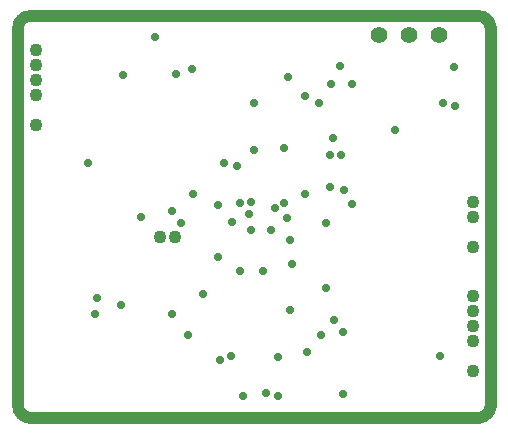
<source format=gbr>
%TF.GenerationSoftware,Altium Limited,Altium Designer,20.1.14 (287)*%
G04 Layer_Physical_Order=2*
G04 Layer_Color=32768*
%FSLAX45Y45*%
%MOMM*%
%TF.SameCoordinates,D919A4BC-3EF6-4BA5-801F-EB9C9E4D33F9*%
%TF.FilePolarity,Negative*%
%TF.FileFunction,Copper,L2,Inr,Plane*%
%TF.Part,Single*%
G01*
G75*
%TA.AperFunction,ComponentPad*%
%ADD47C,1.10000*%
%TA.AperFunction,NonConductor*%
%ADD52C,1.01600*%
%TA.AperFunction,ComponentPad*%
%ADD53C,1.40000*%
%TA.AperFunction,ViaPad*%
%ADD54C,0.70000*%
D47*
X150000Y2476701D02*
D03*
Y2730701D02*
D03*
Y2857701D02*
D03*
Y2984701D02*
D03*
Y3111701D02*
D03*
X3850000Y1447825D02*
D03*
Y1701825D02*
D03*
Y1828825D02*
D03*
Y396000D02*
D03*
Y650000D02*
D03*
Y777000D02*
D03*
Y904000D02*
D03*
Y1031000D02*
D03*
X1327000Y1526274D02*
D03*
X1200000D02*
D03*
D52*
X3900000Y0D02*
G03*
X4000000Y100000I0J100000D01*
G01*
X4000000Y3300000D02*
G03*
X3900000Y3400000I-100000J0D01*
G01*
X100000D02*
G03*
X0Y3300000I0J-100000D01*
G01*
Y100000D02*
G03*
X100000Y0I100000J0D01*
G01*
X3900000D02*
X3900000D01*
X3999999Y100000D02*
X4000000D01*
X3999999D02*
X4000000Y3300000D01*
Y3300000D02*
Y3300000D01*
X100000Y3400000D02*
X3900000Y3400000D01*
X100000D02*
Y3400000D01*
X-1Y3300000D02*
X0Y3300000D01*
X-1Y3300000D02*
X0Y100000D01*
X100000Y0D02*
X3900000D01*
D53*
X3312371Y3239427D02*
D03*
X3058371D02*
D03*
X3566371D02*
D03*
D54*
X2829994Y1809996D02*
D03*
X592500Y2157500D02*
D03*
X2145000Y1586274D02*
D03*
X2277138Y1694504D02*
D03*
X2666391Y2364177D02*
D03*
X2547592Y2660000D02*
D03*
X2000000Y2270148D02*
D03*
X1853444Y2127509D02*
D03*
X1694752Y1799258D02*
D03*
X1881618Y1821618D02*
D03*
X1695114Y1360607D02*
D03*
X1705783Y483915D02*
D03*
X1740000Y2160000D02*
D03*
X884216Y2905001D02*
D03*
X2639273Y2223700D02*
D03*
X2756474Y1926334D02*
D03*
X2429995Y1889996D02*
D03*
X2175624Y1775625D02*
D03*
X2250000Y1820000D02*
D03*
X2607591Y1645500D02*
D03*
X2319995Y1299997D02*
D03*
X2675000Y825000D02*
D03*
X1975000Y1825000D02*
D03*
X2750000Y725000D02*
D03*
X1300000Y1750000D02*
D03*
X1815000Y1654876D02*
D03*
X1968229Y1586274D02*
D03*
X2300000Y1500000D02*
D03*
X1880000Y1240000D02*
D03*
X1957406Y1728365D02*
D03*
X1380000Y1650000D02*
D03*
X2070000Y1240000D02*
D03*
X1804794Y523379D02*
D03*
X2823370Y2825000D02*
D03*
X3596173Y2660827D02*
D03*
X1161895Y3225000D02*
D03*
X2283185Y2886626D02*
D03*
X2252251Y2282127D02*
D03*
X3570000Y520000D02*
D03*
X2607500Y1100000D02*
D03*
X2561771Y700000D02*
D03*
X2300000Y910000D02*
D03*
X2200000Y511972D02*
D03*
X1438500Y700000D02*
D03*
X1567500Y1050000D02*
D03*
X1039641Y1700000D02*
D03*
X1340000Y2910000D02*
D03*
X2000000Y2665333D02*
D03*
X1475000Y2955126D02*
D03*
X1480000Y1890000D02*
D03*
X670000Y1010000D02*
D03*
X3700000Y2640000D02*
D03*
X3193871Y2435454D02*
D03*
X3690000Y2970000D02*
D03*
X2200000Y180000D02*
D03*
X2100000Y210000D02*
D03*
X1900000Y180000D02*
D03*
X2446056Y552348D02*
D03*
X2732864Y2224118D02*
D03*
X2650000Y2825000D02*
D03*
X2725000Y2975000D02*
D03*
X2639273Y1948700D02*
D03*
X2425000Y2725000D02*
D03*
X2750000Y200000D02*
D03*
X1300000Y875000D02*
D03*
X650000D02*
D03*
X875000Y950000D02*
D03*
%TF.MD5,f6186a5e5099fdbb912af5a6056acac0*%
M02*

</source>
